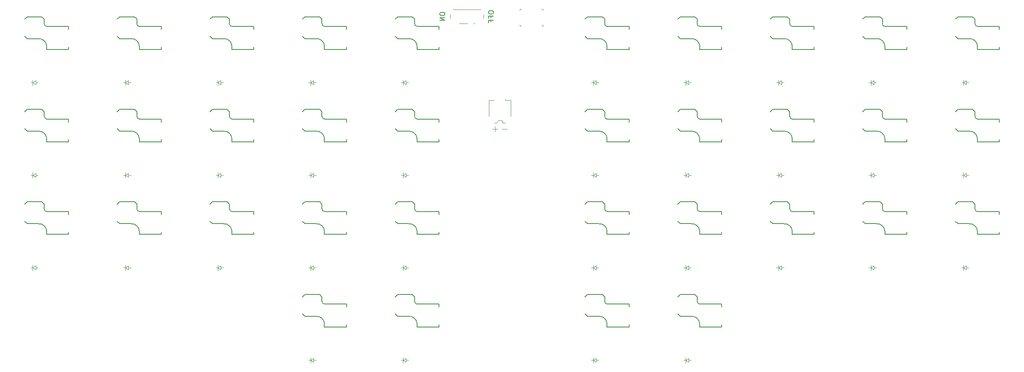
<source format=gbr>
%TF.GenerationSoftware,KiCad,Pcbnew,9.0.1*%
%TF.CreationDate,2025-05-04T05:17:47+08:00*%
%TF.ProjectId,board,626f6172-642e-46b6-9963-61645f706362,v1.0.0*%
%TF.SameCoordinates,Original*%
%TF.FileFunction,Legend,Bot*%
%TF.FilePolarity,Positive*%
%FSLAX46Y46*%
G04 Gerber Fmt 4.6, Leading zero omitted, Abs format (unit mm)*
G04 Created by KiCad (PCBNEW 9.0.1) date 2025-05-04 05:17:47*
%MOMM*%
%LPD*%
G01*
G04 APERTURE LIST*
%ADD10C,0.150000*%
%ADD11C,0.100000*%
%ADD12C,0.120000*%
G04 APERTURE END LIST*
D10*
X193194819Y-108797619D02*
X193194819Y-108988095D01*
X193194819Y-108988095D02*
X193242438Y-109083333D01*
X193242438Y-109083333D02*
X193337676Y-109178571D01*
X193337676Y-109178571D02*
X193528152Y-109226190D01*
X193528152Y-109226190D02*
X193861485Y-109226190D01*
X193861485Y-109226190D02*
X194051961Y-109178571D01*
X194051961Y-109178571D02*
X194147200Y-109083333D01*
X194147200Y-109083333D02*
X194194819Y-108988095D01*
X194194819Y-108988095D02*
X194194819Y-108797619D01*
X194194819Y-108797619D02*
X194147200Y-108702381D01*
X194147200Y-108702381D02*
X194051961Y-108607143D01*
X194051961Y-108607143D02*
X193861485Y-108559524D01*
X193861485Y-108559524D02*
X193528152Y-108559524D01*
X193528152Y-108559524D02*
X193337676Y-108607143D01*
X193337676Y-108607143D02*
X193242438Y-108702381D01*
X193242438Y-108702381D02*
X193194819Y-108797619D01*
X193671009Y-109988095D02*
X193671009Y-109654762D01*
X194194819Y-109654762D02*
X193194819Y-109654762D01*
X193194819Y-109654762D02*
X193194819Y-110130952D01*
X193671009Y-110845238D02*
X193671009Y-110511905D01*
X194194819Y-110511905D02*
X193194819Y-110511905D01*
X193194819Y-110511905D02*
X193194819Y-110988095D01*
X183194819Y-109130952D02*
X183194819Y-109321428D01*
X183194819Y-109321428D02*
X183242438Y-109416666D01*
X183242438Y-109416666D02*
X183337676Y-109511904D01*
X183337676Y-109511904D02*
X183528152Y-109559523D01*
X183528152Y-109559523D02*
X183861485Y-109559523D01*
X183861485Y-109559523D02*
X184051961Y-109511904D01*
X184051961Y-109511904D02*
X184147200Y-109416666D01*
X184147200Y-109416666D02*
X184194819Y-109321428D01*
X184194819Y-109321428D02*
X184194819Y-109130952D01*
X184194819Y-109130952D02*
X184147200Y-109035714D01*
X184147200Y-109035714D02*
X184051961Y-108940476D01*
X184051961Y-108940476D02*
X183861485Y-108892857D01*
X183861485Y-108892857D02*
X183528152Y-108892857D01*
X183528152Y-108892857D02*
X183337676Y-108940476D01*
X183337676Y-108940476D02*
X183242438Y-109035714D01*
X183242438Y-109035714D02*
X183194819Y-109130952D01*
X184194819Y-109988095D02*
X183194819Y-109988095D01*
X183194819Y-109988095D02*
X184194819Y-110559523D01*
X184194819Y-110559523D02*
X183194819Y-110559523D01*
D11*
%TO.C,D23*%
X233250000Y-161320000D02*
X233650000Y-161320000D01*
X233650000Y-161320000D02*
X233650000Y-160770000D01*
X233650000Y-161320000D02*
X233650000Y-161870000D01*
X233650000Y-161320000D02*
X234250000Y-160920000D01*
X234250000Y-160920000D02*
X234250000Y-161720000D01*
X234250000Y-161320000D02*
X234750000Y-161320000D01*
X234250000Y-161720000D02*
X233650000Y-161320000D01*
%TO.C,D13*%
X156250000Y-123320000D02*
X156650000Y-123320000D01*
X156650000Y-123320000D02*
X156650000Y-122770000D01*
X156650000Y-123320000D02*
X156650000Y-123870000D01*
X156650000Y-123320000D02*
X157250000Y-122920000D01*
X157250000Y-122920000D02*
X157250000Y-123720000D01*
X157250000Y-123320000D02*
X157750000Y-123320000D01*
X157250000Y-123720000D02*
X156650000Y-123320000D01*
%TO.C,D10*%
X156250000Y-180320000D02*
X156650000Y-180320000D01*
X156650000Y-180320000D02*
X156650000Y-179770000D01*
X156650000Y-180320000D02*
X156650000Y-180870000D01*
X156650000Y-180320000D02*
X157250000Y-179920000D01*
X157250000Y-179920000D02*
X157250000Y-180720000D01*
X157250000Y-180320000D02*
X157750000Y-180320000D01*
X157250000Y-180720000D02*
X156650000Y-180320000D01*
%TO.C,D31*%
X271250000Y-123320000D02*
X271650000Y-123320000D01*
X271650000Y-123320000D02*
X271650000Y-122770000D01*
X271650000Y-123320000D02*
X271650000Y-123870000D01*
X271650000Y-123320000D02*
X272250000Y-122920000D01*
X272250000Y-122920000D02*
X272250000Y-123720000D01*
X272250000Y-123320000D02*
X272750000Y-123320000D01*
X272250000Y-123720000D02*
X271650000Y-123320000D01*
%TO.C,D33*%
X290250000Y-142320000D02*
X290650000Y-142320000D01*
X290650000Y-142320000D02*
X290650000Y-141770000D01*
X290650000Y-142320000D02*
X290650000Y-142870000D01*
X290650000Y-142320000D02*
X291250000Y-141920000D01*
X291250000Y-141920000D02*
X291250000Y-142720000D01*
X291250000Y-142320000D02*
X291750000Y-142320000D01*
X291250000Y-142720000D02*
X290650000Y-142320000D01*
%TO.C,D29*%
X271250000Y-161320000D02*
X271650000Y-161320000D01*
X271650000Y-161320000D02*
X271650000Y-160770000D01*
X271650000Y-161320000D02*
X271650000Y-161870000D01*
X271650000Y-161320000D02*
X272250000Y-160920000D01*
X272250000Y-160920000D02*
X272250000Y-161720000D01*
X272250000Y-161320000D02*
X272750000Y-161320000D01*
X272250000Y-161720000D02*
X271650000Y-161320000D01*
%TO.C,D9*%
X137250000Y-123320000D02*
X137650000Y-123320000D01*
X137650000Y-123320000D02*
X137650000Y-122770000D01*
X137650000Y-123320000D02*
X137650000Y-123870000D01*
X137650000Y-123320000D02*
X138250000Y-122920000D01*
X138250000Y-122920000D02*
X138250000Y-123720000D01*
X138250000Y-123320000D02*
X138750000Y-123320000D01*
X138250000Y-123720000D02*
X137650000Y-123320000D01*
%TO.C,D1*%
X99250000Y-161320000D02*
X99650000Y-161320000D01*
X99650000Y-161320000D02*
X99650000Y-160770000D01*
X99650000Y-161320000D02*
X99650000Y-161870000D01*
X99650000Y-161320000D02*
X100250000Y-160920000D01*
X100250000Y-160920000D02*
X100250000Y-161720000D01*
X100250000Y-161320000D02*
X100750000Y-161320000D01*
X100250000Y-161720000D02*
X99650000Y-161320000D01*
%TO.C,D32*%
X290250000Y-161320000D02*
X290650000Y-161320000D01*
X290650000Y-161320000D02*
X290650000Y-160770000D01*
X290650000Y-161320000D02*
X290650000Y-161870000D01*
X290650000Y-161320000D02*
X291250000Y-160920000D01*
X291250000Y-160920000D02*
X291250000Y-161720000D01*
X291250000Y-161320000D02*
X291750000Y-161320000D01*
X291250000Y-161720000D02*
X290650000Y-161320000D01*
%TO.C,D17*%
X175250000Y-123320000D02*
X175650000Y-123320000D01*
X175650000Y-123320000D02*
X175650000Y-122770000D01*
X175650000Y-123320000D02*
X175650000Y-123870000D01*
X175650000Y-123320000D02*
X176250000Y-122920000D01*
X176250000Y-122920000D02*
X176250000Y-123720000D01*
X176250000Y-123320000D02*
X176750000Y-123320000D01*
X176250000Y-123720000D02*
X175650000Y-123320000D01*
%TO.C,D6*%
X118250000Y-123320000D02*
X118650000Y-123320000D01*
X118650000Y-123320000D02*
X118650000Y-122770000D01*
X118650000Y-123320000D02*
X118650000Y-123870000D01*
X118650000Y-123320000D02*
X119250000Y-122920000D01*
X119250000Y-122920000D02*
X119250000Y-123720000D01*
X119250000Y-123320000D02*
X119750000Y-123320000D01*
X119250000Y-123720000D02*
X118650000Y-123320000D01*
%TO.C,D18*%
X214250000Y-180320000D02*
X214650000Y-180320000D01*
X214650000Y-180320000D02*
X214650000Y-179770000D01*
X214650000Y-180320000D02*
X214650000Y-180870000D01*
X214650000Y-180320000D02*
X215250000Y-179920000D01*
X215250000Y-179920000D02*
X215250000Y-180720000D01*
X215250000Y-180320000D02*
X215750000Y-180320000D01*
X215250000Y-180720000D02*
X214650000Y-180320000D01*
%TO.C,D20*%
X214250000Y-142320000D02*
X214650000Y-142320000D01*
X214650000Y-142320000D02*
X214650000Y-141770000D01*
X214650000Y-142320000D02*
X214650000Y-142870000D01*
X214650000Y-142320000D02*
X215250000Y-141920000D01*
X215250000Y-141920000D02*
X215250000Y-142720000D01*
X215250000Y-142320000D02*
X215750000Y-142320000D01*
X215250000Y-142720000D02*
X214650000Y-142320000D01*
%TO.C,D2*%
X99250000Y-142320000D02*
X99650000Y-142320000D01*
X99650000Y-142320000D02*
X99650000Y-141770000D01*
X99650000Y-142320000D02*
X99650000Y-142870000D01*
X99650000Y-142320000D02*
X100250000Y-141920000D01*
X100250000Y-141920000D02*
X100250000Y-142720000D01*
X100250000Y-142320000D02*
X100750000Y-142320000D01*
X100250000Y-142720000D02*
X99650000Y-142320000D01*
%TO.C,D4*%
X118250000Y-161320000D02*
X118650000Y-161320000D01*
X118650000Y-161320000D02*
X118650000Y-160770000D01*
X118650000Y-161320000D02*
X118650000Y-161870000D01*
X118650000Y-161320000D02*
X119250000Y-160920000D01*
X119250000Y-160920000D02*
X119250000Y-161720000D01*
X119250000Y-161320000D02*
X119750000Y-161320000D01*
X119250000Y-161720000D02*
X118650000Y-161320000D01*
%TO.C,D25*%
X233250000Y-123320000D02*
X233650000Y-123320000D01*
X233650000Y-123320000D02*
X233650000Y-122770000D01*
X233650000Y-123320000D02*
X233650000Y-123870000D01*
X233650000Y-123320000D02*
X234250000Y-122920000D01*
X234250000Y-122920000D02*
X234250000Y-123720000D01*
X234250000Y-123320000D02*
X234750000Y-123320000D01*
X234250000Y-123720000D02*
X233650000Y-123320000D01*
%TO.C,D21*%
X214250000Y-123320000D02*
X214650000Y-123320000D01*
X214650000Y-123320000D02*
X214650000Y-122770000D01*
X214650000Y-123320000D02*
X214650000Y-123870000D01*
X214650000Y-123320000D02*
X215250000Y-122920000D01*
X215250000Y-122920000D02*
X215250000Y-123720000D01*
X215250000Y-123320000D02*
X215750000Y-123320000D01*
X215250000Y-123720000D02*
X214650000Y-123320000D01*
%TO.C,D8*%
X137250000Y-142320000D02*
X137650000Y-142320000D01*
X137650000Y-142320000D02*
X137650000Y-141770000D01*
X137650000Y-142320000D02*
X137650000Y-142870000D01*
X137650000Y-142320000D02*
X138250000Y-141920000D01*
X138250000Y-141920000D02*
X138250000Y-142720000D01*
X138250000Y-142320000D02*
X138750000Y-142320000D01*
X138250000Y-142720000D02*
X137650000Y-142320000D01*
%TO.C,D19*%
X214250000Y-161320000D02*
X214650000Y-161320000D01*
X214650000Y-161320000D02*
X214650000Y-160770000D01*
X214650000Y-161320000D02*
X214650000Y-161870000D01*
X214650000Y-161320000D02*
X215250000Y-160920000D01*
X215250000Y-160920000D02*
X215250000Y-161720000D01*
X215250000Y-161320000D02*
X215750000Y-161320000D01*
X215250000Y-161720000D02*
X214650000Y-161320000D01*
%TO.C,D5*%
X118250000Y-142320000D02*
X118650000Y-142320000D01*
X118650000Y-142320000D02*
X118650000Y-141770000D01*
X118650000Y-142320000D02*
X118650000Y-142870000D01*
X118650000Y-142320000D02*
X119250000Y-141920000D01*
X119250000Y-141920000D02*
X119250000Y-142720000D01*
X119250000Y-142320000D02*
X119750000Y-142320000D01*
X119250000Y-142720000D02*
X118650000Y-142320000D01*
%TO.C,D3*%
X99250000Y-123320000D02*
X99650000Y-123320000D01*
X99650000Y-123320000D02*
X99650000Y-122770000D01*
X99650000Y-123320000D02*
X99650000Y-123870000D01*
X99650000Y-123320000D02*
X100250000Y-122920000D01*
X100250000Y-122920000D02*
X100250000Y-123720000D01*
X100250000Y-123320000D02*
X100750000Y-123320000D01*
X100250000Y-123720000D02*
X99650000Y-123320000D01*
%TO.C,D16*%
X175250000Y-142320000D02*
X175650000Y-142320000D01*
X175650000Y-142320000D02*
X175650000Y-141770000D01*
X175650000Y-142320000D02*
X175650000Y-142870000D01*
X175650000Y-142320000D02*
X176250000Y-141920000D01*
X176250000Y-141920000D02*
X176250000Y-142720000D01*
X176250000Y-142320000D02*
X176750000Y-142320000D01*
X176250000Y-142720000D02*
X175650000Y-142320000D01*
%TO.C,D7*%
X137250000Y-161320000D02*
X137650000Y-161320000D01*
X137650000Y-161320000D02*
X137650000Y-160770000D01*
X137650000Y-161320000D02*
X137650000Y-161870000D01*
X137650000Y-161320000D02*
X138250000Y-160920000D01*
X138250000Y-160920000D02*
X138250000Y-161720000D01*
X138250000Y-161320000D02*
X138750000Y-161320000D01*
X138250000Y-161720000D02*
X137650000Y-161320000D01*
%TO.C,D15*%
X175250000Y-161320000D02*
X175650000Y-161320000D01*
X175650000Y-161320000D02*
X175650000Y-160770000D01*
X175650000Y-161320000D02*
X175650000Y-161870000D01*
X175650000Y-161320000D02*
X176250000Y-160920000D01*
X176250000Y-160920000D02*
X176250000Y-161720000D01*
X176250000Y-161320000D02*
X176750000Y-161320000D01*
X176250000Y-161720000D02*
X175650000Y-161320000D01*
%TO.C,D22*%
X233250000Y-180320000D02*
X233650000Y-180320000D01*
X233650000Y-180320000D02*
X233650000Y-179770000D01*
X233650000Y-180320000D02*
X233650000Y-180870000D01*
X233650000Y-180320000D02*
X234250000Y-179920000D01*
X234250000Y-179920000D02*
X234250000Y-180720000D01*
X234250000Y-180320000D02*
X234750000Y-180320000D01*
X234250000Y-180720000D02*
X233650000Y-180320000D01*
%TO.C,D34*%
X290250000Y-123320000D02*
X290650000Y-123320000D01*
X290650000Y-123320000D02*
X290650000Y-122770000D01*
X290650000Y-123320000D02*
X290650000Y-123870000D01*
X290650000Y-123320000D02*
X291250000Y-122920000D01*
X291250000Y-122920000D02*
X291250000Y-123720000D01*
X291250000Y-123320000D02*
X291750000Y-123320000D01*
X291250000Y-123720000D02*
X290650000Y-123320000D01*
%TO.C,D11*%
X156250000Y-161320000D02*
X156650000Y-161320000D01*
X156650000Y-161320000D02*
X156650000Y-160770000D01*
X156650000Y-161320000D02*
X156650000Y-161870000D01*
X156650000Y-161320000D02*
X157250000Y-160920000D01*
X157250000Y-160920000D02*
X157250000Y-161720000D01*
X157250000Y-161320000D02*
X157750000Y-161320000D01*
X157250000Y-161720000D02*
X156650000Y-161320000D01*
%TO.C,D14*%
X175250000Y-180320000D02*
X175650000Y-180320000D01*
X175650000Y-180320000D02*
X175650000Y-179770000D01*
X175650000Y-180320000D02*
X175650000Y-180870000D01*
X175650000Y-180320000D02*
X176250000Y-179920000D01*
X176250000Y-179920000D02*
X176250000Y-180720000D01*
X176250000Y-180320000D02*
X176750000Y-180320000D01*
X176250000Y-180720000D02*
X175650000Y-180320000D01*
%TO.C,D24*%
X233250000Y-142320000D02*
X233650000Y-142320000D01*
X233650000Y-142320000D02*
X233650000Y-141770000D01*
X233650000Y-142320000D02*
X233650000Y-142870000D01*
X233650000Y-142320000D02*
X234250000Y-141920000D01*
X234250000Y-141920000D02*
X234250000Y-142720000D01*
X234250000Y-142320000D02*
X234750000Y-142320000D01*
X234250000Y-142720000D02*
X233650000Y-142320000D01*
%TO.C,D26*%
X252250000Y-161320000D02*
X252650000Y-161320000D01*
X252650000Y-161320000D02*
X252650000Y-160770000D01*
X252650000Y-161320000D02*
X252650000Y-161870000D01*
X252650000Y-161320000D02*
X253250000Y-160920000D01*
X253250000Y-160920000D02*
X253250000Y-161720000D01*
X253250000Y-161320000D02*
X253750000Y-161320000D01*
X253250000Y-161720000D02*
X252650000Y-161320000D01*
%TO.C,D28*%
X252250000Y-123320000D02*
X252650000Y-123320000D01*
X252650000Y-123320000D02*
X252650000Y-122770000D01*
X252650000Y-123320000D02*
X252650000Y-123870000D01*
X252650000Y-123320000D02*
X253250000Y-122920000D01*
X253250000Y-122920000D02*
X253250000Y-123720000D01*
X253250000Y-123320000D02*
X253750000Y-123320000D01*
X253250000Y-123720000D02*
X252650000Y-123320000D01*
%TO.C,D30*%
X271250000Y-142320000D02*
X271650000Y-142320000D01*
X271650000Y-142320000D02*
X271650000Y-141770000D01*
X271650000Y-142320000D02*
X271650000Y-142870000D01*
X271650000Y-142320000D02*
X272250000Y-141920000D01*
X272250000Y-141920000D02*
X272250000Y-142720000D01*
X272250000Y-142320000D02*
X272750000Y-142320000D01*
X272250000Y-142720000D02*
X271650000Y-142320000D01*
%TO.C,D12*%
X156250000Y-142320000D02*
X156650000Y-142320000D01*
X156650000Y-142320000D02*
X156650000Y-141770000D01*
X156650000Y-142320000D02*
X156650000Y-142870000D01*
X156650000Y-142320000D02*
X157250000Y-141920000D01*
X157250000Y-141920000D02*
X157250000Y-142720000D01*
X157250000Y-142320000D02*
X157750000Y-142320000D01*
X157250000Y-142720000D02*
X156650000Y-142320000D01*
%TO.C,D27*%
X252250000Y-142320000D02*
X252650000Y-142320000D01*
X252650000Y-142320000D02*
X252650000Y-141770000D01*
X252650000Y-142320000D02*
X252650000Y-142870000D01*
X252650000Y-142320000D02*
X253250000Y-141920000D01*
X253250000Y-141920000D02*
X253250000Y-142720000D01*
X253250000Y-142320000D02*
X253750000Y-142320000D01*
X253250000Y-142720000D02*
X252650000Y-142320000D01*
D10*
%TO.C,S11*%
X155500000Y-147800000D02*
X155000000Y-148300000D01*
X155500000Y-152300000D02*
X155000000Y-151800000D01*
X157800000Y-152300000D02*
X155500000Y-152300000D01*
X158500000Y-147800000D02*
X155500000Y-147800000D01*
X159000000Y-148300000D02*
X158500000Y-147800000D01*
X159000000Y-148300000D02*
X159000000Y-149220000D01*
X159500000Y-154500000D02*
X159500000Y-153800000D01*
X159520000Y-149800000D02*
X164000000Y-149800000D01*
X164000000Y-149800000D02*
X164000000Y-150400000D01*
X164000000Y-154000000D02*
X164000000Y-154500000D01*
X164000000Y-154500000D02*
X159500000Y-154500000D01*
X157800000Y-152300000D02*
G75*
G02*
X159500000Y-153780000I110000J-1590000D01*
G01*
X159520000Y-149800000D02*
G75*
G02*
X159000000Y-149220000I30000J550000D01*
G01*
%TO.C,S34*%
X289500000Y-109800000D02*
X289000000Y-110300000D01*
X289500000Y-114300000D02*
X289000000Y-113800000D01*
X291800000Y-114300000D02*
X289500000Y-114300000D01*
X292500000Y-109800000D02*
X289500000Y-109800000D01*
X293000000Y-110300000D02*
X292500000Y-109800000D01*
X293000000Y-110300000D02*
X293000000Y-111220000D01*
X293500000Y-116500000D02*
X293500000Y-115800000D01*
X293520000Y-111800000D02*
X298000000Y-111800000D01*
X298000000Y-111800000D02*
X298000000Y-112400000D01*
X298000000Y-116000000D02*
X298000000Y-116500000D01*
X298000000Y-116500000D02*
X293500000Y-116500000D01*
X291800000Y-114300000D02*
G75*
G02*
X293500000Y-115780000I110000J-1590000D01*
G01*
X293520000Y-111800000D02*
G75*
G02*
X293000000Y-111220000I30000J550000D01*
G01*
%TO.C,S24*%
X232500000Y-128800000D02*
X232000000Y-129300000D01*
X232500000Y-133300000D02*
X232000000Y-132800000D01*
X234800000Y-133300000D02*
X232500000Y-133300000D01*
X235500000Y-128800000D02*
X232500000Y-128800000D01*
X236000000Y-129300000D02*
X235500000Y-128800000D01*
X236000000Y-129300000D02*
X236000000Y-130220000D01*
X236500000Y-135500000D02*
X236500000Y-134800000D01*
X236520000Y-130800000D02*
X241000000Y-130800000D01*
X241000000Y-130800000D02*
X241000000Y-131400000D01*
X241000000Y-135000000D02*
X241000000Y-135500000D01*
X241000000Y-135500000D02*
X236500000Y-135500000D01*
X234800000Y-133300000D02*
G75*
G02*
X236500000Y-134780000I110000J-1590000D01*
G01*
X236520000Y-130800000D02*
G75*
G02*
X236000000Y-130220000I30000J550000D01*
G01*
%TO.C,S25*%
X232500000Y-109800000D02*
X232000000Y-110300000D01*
X232500000Y-114300000D02*
X232000000Y-113800000D01*
X234800000Y-114300000D02*
X232500000Y-114300000D01*
X235500000Y-109800000D02*
X232500000Y-109800000D01*
X236000000Y-110300000D02*
X235500000Y-109800000D01*
X236000000Y-110300000D02*
X236000000Y-111220000D01*
X236500000Y-116500000D02*
X236500000Y-115800000D01*
X236520000Y-111800000D02*
X241000000Y-111800000D01*
X241000000Y-111800000D02*
X241000000Y-112400000D01*
X241000000Y-116000000D02*
X241000000Y-116500000D01*
X241000000Y-116500000D02*
X236500000Y-116500000D01*
X234800000Y-114300000D02*
G75*
G02*
X236500000Y-115780000I110000J-1590000D01*
G01*
X236520000Y-111800000D02*
G75*
G02*
X236000000Y-111220000I30000J550000D01*
G01*
%TO.C,S3*%
X98500000Y-109800000D02*
X98000000Y-110300000D01*
X98500000Y-114300000D02*
X98000000Y-113800000D01*
X100800000Y-114300000D02*
X98500000Y-114300000D01*
X101500000Y-109800000D02*
X98500000Y-109800000D01*
X102000000Y-110300000D02*
X101500000Y-109800000D01*
X102000000Y-110300000D02*
X102000000Y-111220000D01*
X102500000Y-116500000D02*
X102500000Y-115800000D01*
X102520000Y-111800000D02*
X107000000Y-111800000D01*
X107000000Y-111800000D02*
X107000000Y-112400000D01*
X107000000Y-116000000D02*
X107000000Y-116500000D01*
X107000000Y-116500000D02*
X102500000Y-116500000D01*
X100800000Y-114300000D02*
G75*
G02*
X102500000Y-115780000I110000J-1590000D01*
G01*
X102520000Y-111800000D02*
G75*
G02*
X102000000Y-111220000I30000J550000D01*
G01*
%TO.C,S14*%
X174500000Y-166800000D02*
X174000000Y-167300000D01*
X174500000Y-171300000D02*
X174000000Y-170800000D01*
X176800000Y-171300000D02*
X174500000Y-171300000D01*
X177500000Y-166800000D02*
X174500000Y-166800000D01*
X178000000Y-167300000D02*
X177500000Y-166800000D01*
X178000000Y-167300000D02*
X178000000Y-168220000D01*
X178500000Y-173500000D02*
X178500000Y-172800000D01*
X178520000Y-168800000D02*
X183000000Y-168800000D01*
X183000000Y-168800000D02*
X183000000Y-169400000D01*
X183000000Y-173000000D02*
X183000000Y-173500000D01*
X183000000Y-173500000D02*
X178500000Y-173500000D01*
X176800000Y-171300000D02*
G75*
G02*
X178500000Y-172780000I110000J-1590000D01*
G01*
X178520000Y-168800000D02*
G75*
G02*
X178000000Y-168220000I30000J550000D01*
G01*
%TO.C,S6*%
X117500000Y-109800000D02*
X117000000Y-110300000D01*
X117500000Y-114300000D02*
X117000000Y-113800000D01*
X119800000Y-114300000D02*
X117500000Y-114300000D01*
X120500000Y-109800000D02*
X117500000Y-109800000D01*
X121000000Y-110300000D02*
X120500000Y-109800000D01*
X121000000Y-110300000D02*
X121000000Y-111220000D01*
X121500000Y-116500000D02*
X121500000Y-115800000D01*
X121520000Y-111800000D02*
X126000000Y-111800000D01*
X126000000Y-111800000D02*
X126000000Y-112400000D01*
X126000000Y-116000000D02*
X126000000Y-116500000D01*
X126000000Y-116500000D02*
X121500000Y-116500000D01*
X119800000Y-114300000D02*
G75*
G02*
X121500000Y-115780000I110000J-1590000D01*
G01*
X121520000Y-111800000D02*
G75*
G02*
X121000000Y-111220000I30000J550000D01*
G01*
%TO.C,S20*%
X213500000Y-128800000D02*
X213000000Y-129300000D01*
X213500000Y-133300000D02*
X213000000Y-132800000D01*
X215800000Y-133300000D02*
X213500000Y-133300000D01*
X216500000Y-128800000D02*
X213500000Y-128800000D01*
X217000000Y-129300000D02*
X216500000Y-128800000D01*
X217000000Y-129300000D02*
X217000000Y-130220000D01*
X217500000Y-135500000D02*
X217500000Y-134800000D01*
X217520000Y-130800000D02*
X222000000Y-130800000D01*
X222000000Y-130800000D02*
X222000000Y-131400000D01*
X222000000Y-135000000D02*
X222000000Y-135500000D01*
X222000000Y-135500000D02*
X217500000Y-135500000D01*
X215800000Y-133300000D02*
G75*
G02*
X217500000Y-134780000I110000J-1590000D01*
G01*
X217520000Y-130800000D02*
G75*
G02*
X217000000Y-130220000I30000J550000D01*
G01*
%TO.C,S23*%
X232500000Y-147800000D02*
X232000000Y-148300000D01*
X232500000Y-152300000D02*
X232000000Y-151800000D01*
X234800000Y-152300000D02*
X232500000Y-152300000D01*
X235500000Y-147800000D02*
X232500000Y-147800000D01*
X236000000Y-148300000D02*
X235500000Y-147800000D01*
X236000000Y-148300000D02*
X236000000Y-149220000D01*
X236500000Y-154500000D02*
X236500000Y-153800000D01*
X236520000Y-149800000D02*
X241000000Y-149800000D01*
X241000000Y-149800000D02*
X241000000Y-150400000D01*
X241000000Y-154000000D02*
X241000000Y-154500000D01*
X241000000Y-154500000D02*
X236500000Y-154500000D01*
X234800000Y-152300000D02*
G75*
G02*
X236500000Y-153780000I110000J-1590000D01*
G01*
X236520000Y-149800000D02*
G75*
G02*
X236000000Y-149220000I30000J550000D01*
G01*
%TO.C,S10*%
X155500000Y-166800000D02*
X155000000Y-167300000D01*
X155500000Y-171300000D02*
X155000000Y-170800000D01*
X157800000Y-171300000D02*
X155500000Y-171300000D01*
X158500000Y-166800000D02*
X155500000Y-166800000D01*
X159000000Y-167300000D02*
X158500000Y-166800000D01*
X159000000Y-167300000D02*
X159000000Y-168220000D01*
X159500000Y-173500000D02*
X159500000Y-172800000D01*
X159520000Y-168800000D02*
X164000000Y-168800000D01*
X164000000Y-168800000D02*
X164000000Y-169400000D01*
X164000000Y-173000000D02*
X164000000Y-173500000D01*
X164000000Y-173500000D02*
X159500000Y-173500000D01*
X157800000Y-171300000D02*
G75*
G02*
X159500000Y-172780000I110000J-1590000D01*
G01*
X159520000Y-168800000D02*
G75*
G02*
X159000000Y-168220000I30000J550000D01*
G01*
%TO.C,S26*%
X251500000Y-147800000D02*
X251000000Y-148300000D01*
X251500000Y-152300000D02*
X251000000Y-151800000D01*
X253800000Y-152300000D02*
X251500000Y-152300000D01*
X254500000Y-147800000D02*
X251500000Y-147800000D01*
X255000000Y-148300000D02*
X254500000Y-147800000D01*
X255000000Y-148300000D02*
X255000000Y-149220000D01*
X255500000Y-154500000D02*
X255500000Y-153800000D01*
X255520000Y-149800000D02*
X260000000Y-149800000D01*
X260000000Y-149800000D02*
X260000000Y-150400000D01*
X260000000Y-154000000D02*
X260000000Y-154500000D01*
X260000000Y-154500000D02*
X255500000Y-154500000D01*
X253800000Y-152300000D02*
G75*
G02*
X255500000Y-153780000I110000J-1590000D01*
G01*
X255520000Y-149800000D02*
G75*
G02*
X255000000Y-149220000I30000J550000D01*
G01*
D11*
%TO.C,RST1*%
X199625000Y-108450000D02*
X199625000Y-108200000D01*
X199625000Y-111450000D02*
X199625000Y-111700000D01*
X199875000Y-108200000D02*
X199625000Y-108200000D01*
X199875000Y-111700000D02*
X199625000Y-111700000D01*
X204075000Y-108200000D02*
X204325000Y-108200000D01*
X204075000Y-111700000D02*
X204325000Y-111700000D01*
X204325000Y-108450000D02*
X204325000Y-108200000D01*
X204325000Y-111450000D02*
X204325000Y-111700000D01*
D10*
%TO.C,S8*%
X136500000Y-128800000D02*
X136000000Y-129300000D01*
X136500000Y-133300000D02*
X136000000Y-132800000D01*
X138800000Y-133300000D02*
X136500000Y-133300000D01*
X139500000Y-128800000D02*
X136500000Y-128800000D01*
X140000000Y-129300000D02*
X139500000Y-128800000D01*
X140000000Y-129300000D02*
X140000000Y-130220000D01*
X140500000Y-135500000D02*
X140500000Y-134800000D01*
X140520000Y-130800000D02*
X145000000Y-130800000D01*
X145000000Y-130800000D02*
X145000000Y-131400000D01*
X145000000Y-135000000D02*
X145000000Y-135500000D01*
X145000000Y-135500000D02*
X140500000Y-135500000D01*
X138800000Y-133300000D02*
G75*
G02*
X140500000Y-134780000I110000J-1590000D01*
G01*
X140520000Y-130800000D02*
G75*
G02*
X140000000Y-130220000I30000J550000D01*
G01*
%TO.C,S18*%
X213500000Y-166800000D02*
X213000000Y-167300000D01*
X213500000Y-171300000D02*
X213000000Y-170800000D01*
X215800000Y-171300000D02*
X213500000Y-171300000D01*
X216500000Y-166800000D02*
X213500000Y-166800000D01*
X217000000Y-167300000D02*
X216500000Y-166800000D01*
X217000000Y-167300000D02*
X217000000Y-168220000D01*
X217500000Y-173500000D02*
X217500000Y-172800000D01*
X217520000Y-168800000D02*
X222000000Y-168800000D01*
X222000000Y-168800000D02*
X222000000Y-169400000D01*
X222000000Y-173000000D02*
X222000000Y-173500000D01*
X222000000Y-173500000D02*
X217500000Y-173500000D01*
X215800000Y-171300000D02*
G75*
G02*
X217500000Y-172780000I110000J-1590000D01*
G01*
X217520000Y-168800000D02*
G75*
G02*
X217000000Y-168220000I30000J550000D01*
G01*
%TO.C,S33*%
X289500000Y-128800000D02*
X289000000Y-129300000D01*
X289500000Y-133300000D02*
X289000000Y-132800000D01*
X291800000Y-133300000D02*
X289500000Y-133300000D01*
X292500000Y-128800000D02*
X289500000Y-128800000D01*
X293000000Y-129300000D02*
X292500000Y-128800000D01*
X293000000Y-129300000D02*
X293000000Y-130220000D01*
X293500000Y-135500000D02*
X293500000Y-134800000D01*
X293520000Y-130800000D02*
X298000000Y-130800000D01*
X298000000Y-130800000D02*
X298000000Y-131400000D01*
X298000000Y-135000000D02*
X298000000Y-135500000D01*
X298000000Y-135500000D02*
X293500000Y-135500000D01*
X291800000Y-133300000D02*
G75*
G02*
X293500000Y-134780000I110000J-1590000D01*
G01*
X293520000Y-130800000D02*
G75*
G02*
X293000000Y-130220000I30000J550000D01*
G01*
D12*
%TO.C,PWR1*%
X185290000Y-110125000D02*
X185290000Y-109335000D01*
X185890000Y-108325000D02*
X191590000Y-108325000D01*
X187140000Y-111175000D02*
X188840000Y-111175000D01*
X190140000Y-111175000D02*
X190340000Y-111175000D01*
X192190000Y-109335000D02*
X192190000Y-110125000D01*
D10*
%TO.C,S13*%
X155500000Y-109800000D02*
X155000000Y-110300000D01*
X155500000Y-114300000D02*
X155000000Y-113800000D01*
X157800000Y-114300000D02*
X155500000Y-114300000D01*
X158500000Y-109800000D02*
X155500000Y-109800000D01*
X159000000Y-110300000D02*
X158500000Y-109800000D01*
X159000000Y-110300000D02*
X159000000Y-111220000D01*
X159500000Y-116500000D02*
X159500000Y-115800000D01*
X159520000Y-111800000D02*
X164000000Y-111800000D01*
X164000000Y-111800000D02*
X164000000Y-112400000D01*
X164000000Y-116000000D02*
X164000000Y-116500000D01*
X164000000Y-116500000D02*
X159500000Y-116500000D01*
X157800000Y-114300000D02*
G75*
G02*
X159500000Y-115780000I110000J-1590000D01*
G01*
X159520000Y-111800000D02*
G75*
G02*
X159000000Y-111220000I30000J550000D01*
G01*
%TO.C,S1*%
X98500000Y-147800000D02*
X98000000Y-148300000D01*
X98500000Y-152300000D02*
X98000000Y-151800000D01*
X100800000Y-152300000D02*
X98500000Y-152300000D01*
X101500000Y-147800000D02*
X98500000Y-147800000D01*
X102000000Y-148300000D02*
X101500000Y-147800000D01*
X102000000Y-148300000D02*
X102000000Y-149220000D01*
X102500000Y-154500000D02*
X102500000Y-153800000D01*
X102520000Y-149800000D02*
X107000000Y-149800000D01*
X107000000Y-149800000D02*
X107000000Y-150400000D01*
X107000000Y-154000000D02*
X107000000Y-154500000D01*
X107000000Y-154500000D02*
X102500000Y-154500000D01*
X100800000Y-152300000D02*
G75*
G02*
X102500000Y-153780000I110000J-1590000D01*
G01*
X102520000Y-149800000D02*
G75*
G02*
X102000000Y-149220000I30000J550000D01*
G01*
%TO.C,S19*%
X213500000Y-147800000D02*
X213000000Y-148300000D01*
X213500000Y-152300000D02*
X213000000Y-151800000D01*
X215800000Y-152300000D02*
X213500000Y-152300000D01*
X216500000Y-147800000D02*
X213500000Y-147800000D01*
X217000000Y-148300000D02*
X216500000Y-147800000D01*
X217000000Y-148300000D02*
X217000000Y-149220000D01*
X217500000Y-154500000D02*
X217500000Y-153800000D01*
X217520000Y-149800000D02*
X222000000Y-149800000D01*
X222000000Y-149800000D02*
X222000000Y-150400000D01*
X222000000Y-154000000D02*
X222000000Y-154500000D01*
X222000000Y-154500000D02*
X217500000Y-154500000D01*
X215800000Y-152300000D02*
G75*
G02*
X217500000Y-153780000I110000J-1590000D01*
G01*
X217520000Y-149800000D02*
G75*
G02*
X217000000Y-149220000I30000J550000D01*
G01*
%TO.C,S30*%
X270500000Y-128800000D02*
X270000000Y-129300000D01*
X270500000Y-133300000D02*
X270000000Y-132800000D01*
X272800000Y-133300000D02*
X270500000Y-133300000D01*
X273500000Y-128800000D02*
X270500000Y-128800000D01*
X274000000Y-129300000D02*
X273500000Y-128800000D01*
X274000000Y-129300000D02*
X274000000Y-130220000D01*
X274500000Y-135500000D02*
X274500000Y-134800000D01*
X274520000Y-130800000D02*
X279000000Y-130800000D01*
X279000000Y-130800000D02*
X279000000Y-131400000D01*
X279000000Y-135000000D02*
X279000000Y-135500000D01*
X279000000Y-135500000D02*
X274500000Y-135500000D01*
X272800000Y-133300000D02*
G75*
G02*
X274500000Y-134780000I110000J-1590000D01*
G01*
X274520000Y-130800000D02*
G75*
G02*
X274000000Y-130220000I30000J550000D01*
G01*
%TO.C,S21*%
X213500000Y-109800000D02*
X213000000Y-110300000D01*
X213500000Y-114300000D02*
X213000000Y-113800000D01*
X215800000Y-114300000D02*
X213500000Y-114300000D01*
X216500000Y-109800000D02*
X213500000Y-109800000D01*
X217000000Y-110300000D02*
X216500000Y-109800000D01*
X217000000Y-110300000D02*
X217000000Y-111220000D01*
X217500000Y-116500000D02*
X217500000Y-115800000D01*
X217520000Y-111800000D02*
X222000000Y-111800000D01*
X222000000Y-111800000D02*
X222000000Y-112400000D01*
X222000000Y-116000000D02*
X222000000Y-116500000D01*
X222000000Y-116500000D02*
X217500000Y-116500000D01*
X215800000Y-114300000D02*
G75*
G02*
X217500000Y-115780000I110000J-1590000D01*
G01*
X217520000Y-111800000D02*
G75*
G02*
X217000000Y-111220000I30000J550000D01*
G01*
%TO.C,S5*%
X117500000Y-128800000D02*
X117000000Y-129300000D01*
X117500000Y-133300000D02*
X117000000Y-132800000D01*
X119800000Y-133300000D02*
X117500000Y-133300000D01*
X120500000Y-128800000D02*
X117500000Y-128800000D01*
X121000000Y-129300000D02*
X120500000Y-128800000D01*
X121000000Y-129300000D02*
X121000000Y-130220000D01*
X121500000Y-135500000D02*
X121500000Y-134800000D01*
X121520000Y-130800000D02*
X126000000Y-130800000D01*
X126000000Y-130800000D02*
X126000000Y-131400000D01*
X126000000Y-135000000D02*
X126000000Y-135500000D01*
X126000000Y-135500000D02*
X121500000Y-135500000D01*
X119800000Y-133300000D02*
G75*
G02*
X121500000Y-134780000I110000J-1590000D01*
G01*
X121520000Y-130800000D02*
G75*
G02*
X121000000Y-130220000I30000J550000D01*
G01*
%TO.C,S12*%
X155500000Y-128800000D02*
X155000000Y-129300000D01*
X155500000Y-133300000D02*
X155000000Y-132800000D01*
X157800000Y-133300000D02*
X155500000Y-133300000D01*
X158500000Y-128800000D02*
X155500000Y-128800000D01*
X159000000Y-129300000D02*
X158500000Y-128800000D01*
X159000000Y-129300000D02*
X159000000Y-130220000D01*
X159500000Y-135500000D02*
X159500000Y-134800000D01*
X159520000Y-130800000D02*
X164000000Y-130800000D01*
X164000000Y-130800000D02*
X164000000Y-131400000D01*
X164000000Y-135000000D02*
X164000000Y-135500000D01*
X164000000Y-135500000D02*
X159500000Y-135500000D01*
X157800000Y-133300000D02*
G75*
G02*
X159500000Y-134780000I110000J-1590000D01*
G01*
X159520000Y-130800000D02*
G75*
G02*
X159000000Y-130220000I30000J550000D01*
G01*
%TO.C,S28*%
X251500000Y-109800000D02*
X251000000Y-110300000D01*
X251500000Y-114300000D02*
X251000000Y-113800000D01*
X253800000Y-114300000D02*
X251500000Y-114300000D01*
X254500000Y-109800000D02*
X251500000Y-109800000D01*
X255000000Y-110300000D02*
X254500000Y-109800000D01*
X255000000Y-110300000D02*
X255000000Y-111220000D01*
X255500000Y-116500000D02*
X255500000Y-115800000D01*
X255520000Y-111800000D02*
X260000000Y-111800000D01*
X260000000Y-111800000D02*
X260000000Y-112400000D01*
X260000000Y-116000000D02*
X260000000Y-116500000D01*
X260000000Y-116500000D02*
X255500000Y-116500000D01*
X253800000Y-114300000D02*
G75*
G02*
X255500000Y-115780000I110000J-1590000D01*
G01*
X255520000Y-111800000D02*
G75*
G02*
X255000000Y-111220000I30000J550000D01*
G01*
%TO.C,S9*%
X136500000Y-109800000D02*
X136000000Y-110300000D01*
X136500000Y-114300000D02*
X136000000Y-113800000D01*
X138800000Y-114300000D02*
X136500000Y-114300000D01*
X139500000Y-109800000D02*
X136500000Y-109800000D01*
X140000000Y-110300000D02*
X139500000Y-109800000D01*
X140000000Y-110300000D02*
X140000000Y-111220000D01*
X140500000Y-116500000D02*
X140500000Y-115800000D01*
X140520000Y-111800000D02*
X145000000Y-111800000D01*
X145000000Y-111800000D02*
X145000000Y-112400000D01*
X145000000Y-116000000D02*
X145000000Y-116500000D01*
X145000000Y-116500000D02*
X140500000Y-116500000D01*
X138800000Y-114300000D02*
G75*
G02*
X140500000Y-115780000I110000J-1590000D01*
G01*
X140520000Y-111800000D02*
G75*
G02*
X140000000Y-111220000I30000J550000D01*
G01*
%TO.C,S22*%
X232500000Y-166800000D02*
X232000000Y-167300000D01*
X232500000Y-171300000D02*
X232000000Y-170800000D01*
X234800000Y-171300000D02*
X232500000Y-171300000D01*
X235500000Y-166800000D02*
X232500000Y-166800000D01*
X236000000Y-167300000D02*
X235500000Y-166800000D01*
X236000000Y-167300000D02*
X236000000Y-168220000D01*
X236500000Y-173500000D02*
X236500000Y-172800000D01*
X236520000Y-168800000D02*
X241000000Y-168800000D01*
X241000000Y-168800000D02*
X241000000Y-169400000D01*
X241000000Y-173000000D02*
X241000000Y-173500000D01*
X241000000Y-173500000D02*
X236500000Y-173500000D01*
X234800000Y-171300000D02*
G75*
G02*
X236500000Y-172780000I110000J-1590000D01*
G01*
X236520000Y-168800000D02*
G75*
G02*
X236000000Y-168220000I30000J550000D01*
G01*
%TO.C,S29*%
X270500000Y-147800000D02*
X270000000Y-148300000D01*
X270500000Y-152300000D02*
X270000000Y-151800000D01*
X272800000Y-152300000D02*
X270500000Y-152300000D01*
X273500000Y-147800000D02*
X270500000Y-147800000D01*
X274000000Y-148300000D02*
X273500000Y-147800000D01*
X274000000Y-148300000D02*
X274000000Y-149220000D01*
X274500000Y-154500000D02*
X274500000Y-153800000D01*
X274520000Y-149800000D02*
X279000000Y-149800000D01*
X279000000Y-149800000D02*
X279000000Y-150400000D01*
X279000000Y-154000000D02*
X279000000Y-154500000D01*
X279000000Y-154500000D02*
X274500000Y-154500000D01*
X272800000Y-152300000D02*
G75*
G02*
X274500000Y-153780000I110000J-1590000D01*
G01*
X274520000Y-149800000D02*
G75*
G02*
X274000000Y-149220000I30000J550000D01*
G01*
%TO.C,S15*%
X174500000Y-147800000D02*
X174000000Y-148300000D01*
X174500000Y-152300000D02*
X174000000Y-151800000D01*
X176800000Y-152300000D02*
X174500000Y-152300000D01*
X177500000Y-147800000D02*
X174500000Y-147800000D01*
X178000000Y-148300000D02*
X177500000Y-147800000D01*
X178000000Y-148300000D02*
X178000000Y-149220000D01*
X178500000Y-154500000D02*
X178500000Y-153800000D01*
X178520000Y-149800000D02*
X183000000Y-149800000D01*
X183000000Y-149800000D02*
X183000000Y-150400000D01*
X183000000Y-154000000D02*
X183000000Y-154500000D01*
X183000000Y-154500000D02*
X178500000Y-154500000D01*
X176800000Y-152300000D02*
G75*
G02*
X178500000Y-153780000I110000J-1590000D01*
G01*
X178520000Y-149800000D02*
G75*
G02*
X178000000Y-149220000I30000J550000D01*
G01*
%TO.C,S17*%
X174500000Y-109800000D02*
X174000000Y-110300000D01*
X174500000Y-114300000D02*
X174000000Y-113800000D01*
X176800000Y-114300000D02*
X174500000Y-114300000D01*
X177500000Y-109800000D02*
X174500000Y-109800000D01*
X178000000Y-110300000D02*
X177500000Y-109800000D01*
X178000000Y-110300000D02*
X178000000Y-111220000D01*
X178500000Y-116500000D02*
X178500000Y-115800000D01*
X178520000Y-111800000D02*
X183000000Y-111800000D01*
X183000000Y-111800000D02*
X183000000Y-112400000D01*
X183000000Y-116000000D02*
X183000000Y-116500000D01*
X183000000Y-116500000D02*
X178500000Y-116500000D01*
X176800000Y-114300000D02*
G75*
G02*
X178500000Y-115780000I110000J-1590000D01*
G01*
X178520000Y-111800000D02*
G75*
G02*
X178000000Y-111220000I30000J550000D01*
G01*
%TO.C,S31*%
X270500000Y-109800000D02*
X270000000Y-110300000D01*
X270500000Y-114300000D02*
X270000000Y-113800000D01*
X272800000Y-114300000D02*
X270500000Y-114300000D01*
X273500000Y-109800000D02*
X270500000Y-109800000D01*
X274000000Y-110300000D02*
X273500000Y-109800000D01*
X274000000Y-110300000D02*
X274000000Y-111220000D01*
X274500000Y-116500000D02*
X274500000Y-115800000D01*
X274520000Y-111800000D02*
X279000000Y-111800000D01*
X279000000Y-111800000D02*
X279000000Y-112400000D01*
X279000000Y-116000000D02*
X279000000Y-116500000D01*
X279000000Y-116500000D02*
X274500000Y-116500000D01*
X272800000Y-114300000D02*
G75*
G02*
X274500000Y-115780000I110000J-1590000D01*
G01*
X274520000Y-111800000D02*
G75*
G02*
X274000000Y-111220000I30000J550000D01*
G01*
%TO.C,S32*%
X289500000Y-147800000D02*
X289000000Y-148300000D01*
X289500000Y-152300000D02*
X289000000Y-151800000D01*
X291800000Y-152300000D02*
X289500000Y-152300000D01*
X292500000Y-147800000D02*
X289500000Y-147800000D01*
X293000000Y-148300000D02*
X292500000Y-147800000D01*
X293000000Y-148300000D02*
X293000000Y-149220000D01*
X293500000Y-154500000D02*
X293500000Y-153800000D01*
X293520000Y-149800000D02*
X298000000Y-149800000D01*
X298000000Y-149800000D02*
X298000000Y-150400000D01*
X298000000Y-154000000D02*
X298000000Y-154500000D01*
X298000000Y-154500000D02*
X293500000Y-154500000D01*
X291800000Y-152300000D02*
G75*
G02*
X293500000Y-153780000I110000J-1590000D01*
G01*
X293520000Y-149800000D02*
G75*
G02*
X293000000Y-149220000I30000J550000D01*
G01*
%TO.C,S7*%
X136500000Y-147800000D02*
X136000000Y-148300000D01*
X136500000Y-152300000D02*
X136000000Y-151800000D01*
X138800000Y-152300000D02*
X136500000Y-152300000D01*
X139500000Y-147800000D02*
X136500000Y-147800000D01*
X140000000Y-148300000D02*
X139500000Y-147800000D01*
X140000000Y-148300000D02*
X140000000Y-149220000D01*
X140500000Y-154500000D02*
X140500000Y-153800000D01*
X140520000Y-149800000D02*
X145000000Y-149800000D01*
X145000000Y-149800000D02*
X145000000Y-150400000D01*
X145000000Y-154000000D02*
X145000000Y-154500000D01*
X145000000Y-154500000D02*
X140500000Y-154500000D01*
X138800000Y-152300000D02*
G75*
G02*
X140500000Y-153780000I110000J-1590000D01*
G01*
X140520000Y-149800000D02*
G75*
G02*
X140000000Y-149220000I30000J550000D01*
G01*
D12*
%TO.C,CONN1*%
X193290000Y-126910000D02*
X194340000Y-126910000D01*
X193290000Y-130240000D02*
X193290000Y-126910000D01*
X194500000Y-133350000D02*
X194500000Y-132350000D01*
X194860000Y-131630000D02*
X194360000Y-131630000D01*
X195000000Y-132850000D02*
X194000000Y-132850000D01*
X195160000Y-131130000D02*
X194860000Y-131630000D01*
X195840000Y-131130000D02*
X195160000Y-131130000D01*
X196000000Y-132850000D02*
X197000000Y-132850000D01*
X196140000Y-131630000D02*
X195840000Y-131130000D01*
X196640000Y-131630000D02*
X196140000Y-131630000D01*
X196660000Y-126910000D02*
X196660000Y-126700000D01*
X197710000Y-126910000D02*
X196660000Y-126910000D01*
X197710000Y-130240000D02*
X197710000Y-126910000D01*
D10*
%TO.C,S2*%
X98500000Y-128800000D02*
X98000000Y-129300000D01*
X98500000Y-133300000D02*
X98000000Y-132800000D01*
X100800000Y-133300000D02*
X98500000Y-133300000D01*
X101500000Y-128800000D02*
X98500000Y-128800000D01*
X102000000Y-129300000D02*
X101500000Y-128800000D01*
X102000000Y-129300000D02*
X102000000Y-130220000D01*
X102500000Y-135500000D02*
X102500000Y-134800000D01*
X102520000Y-130800000D02*
X107000000Y-130800000D01*
X107000000Y-130800000D02*
X107000000Y-131400000D01*
X107000000Y-135000000D02*
X107000000Y-135500000D01*
X107000000Y-135500000D02*
X102500000Y-135500000D01*
X100800000Y-133300000D02*
G75*
G02*
X102500000Y-134780000I110000J-1590000D01*
G01*
X102520000Y-130800000D02*
G75*
G02*
X102000000Y-130220000I30000J550000D01*
G01*
%TO.C,S27*%
X251500000Y-128800000D02*
X251000000Y-129300000D01*
X251500000Y-133300000D02*
X251000000Y-132800000D01*
X253800000Y-133300000D02*
X251500000Y-133300000D01*
X254500000Y-128800000D02*
X251500000Y-128800000D01*
X255000000Y-129300000D02*
X254500000Y-128800000D01*
X255000000Y-129300000D02*
X255000000Y-130220000D01*
X255500000Y-135500000D02*
X255500000Y-134800000D01*
X255520000Y-130800000D02*
X260000000Y-130800000D01*
X260000000Y-130800000D02*
X260000000Y-131400000D01*
X260000000Y-135000000D02*
X260000000Y-135500000D01*
X260000000Y-135500000D02*
X255500000Y-135500000D01*
X253800000Y-133300000D02*
G75*
G02*
X255500000Y-134780000I110000J-1590000D01*
G01*
X255520000Y-130800000D02*
G75*
G02*
X255000000Y-130220000I30000J550000D01*
G01*
%TO.C,S4*%
X117500000Y-147800000D02*
X117000000Y-148300000D01*
X117500000Y-152300000D02*
X117000000Y-151800000D01*
X119800000Y-152300000D02*
X117500000Y-152300000D01*
X120500000Y-147800000D02*
X117500000Y-147800000D01*
X121000000Y-148300000D02*
X120500000Y-147800000D01*
X121000000Y-148300000D02*
X121000000Y-149220000D01*
X121500000Y-154500000D02*
X121500000Y-153800000D01*
X121520000Y-149800000D02*
X126000000Y-149800000D01*
X126000000Y-149800000D02*
X126000000Y-150400000D01*
X126000000Y-154000000D02*
X126000000Y-154500000D01*
X126000000Y-154500000D02*
X121500000Y-154500000D01*
X119800000Y-152300000D02*
G75*
G02*
X121500000Y-153780000I110000J-1590000D01*
G01*
X121520000Y-149800000D02*
G75*
G02*
X121000000Y-149220000I30000J550000D01*
G01*
%TO.C,S16*%
X174500000Y-128800000D02*
X174000000Y-129300000D01*
X174500000Y-133300000D02*
X174000000Y-132800000D01*
X176800000Y-133300000D02*
X174500000Y-133300000D01*
X177500000Y-128800000D02*
X174500000Y-128800000D01*
X178000000Y-129300000D02*
X177500000Y-128800000D01*
X178000000Y-129300000D02*
X178000000Y-130220000D01*
X178500000Y-135500000D02*
X178500000Y-134800000D01*
X178520000Y-130800000D02*
X183000000Y-130800000D01*
X183000000Y-130800000D02*
X183000000Y-131400000D01*
X183000000Y-135000000D02*
X183000000Y-135500000D01*
X183000000Y-135500000D02*
X178500000Y-135500000D01*
X176800000Y-133300000D02*
G75*
G02*
X178500000Y-134780000I110000J-1590000D01*
G01*
X178520000Y-130800000D02*
G75*
G02*
X178000000Y-130220000I30000J550000D01*
G01*
%TD*%
M02*

</source>
